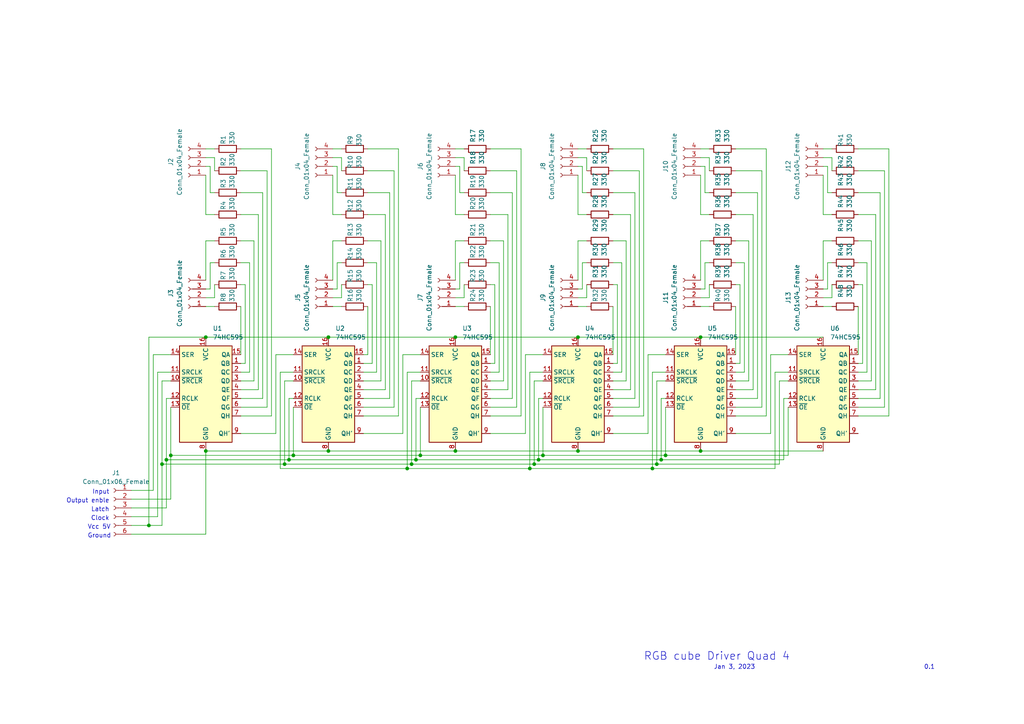
<source format=kicad_sch>
(kicad_sch (version 20211123) (generator eeschema)
  (paper "A4")
  (lib_symbols
    (symbol "74xx:74HC595"
      (property "Reference" "U" (at -7.62 13.97 0))
      (property "Value" "74HC595" (at -7.62 -16.51 0))
      (symbol "74HC595_1_0"
        (pin tri_state line (at 10.16 7.62 180) (length 2.54) (name "QB") (number "1"))
        (pin input line (at -10.16 2.54 0) (length 2.54) (name "~{SRCLR}") (number "10"))
        (pin input line (at -10.16 5.08 0) (length 2.54) (name "SRCLK") (number "11"))
        (pin input line (at -10.16 -2.54 0) (length 2.54) (name "RCLK") (number "12"))
        (pin input line (at -10.16 -5.08 0) (length 2.54) (name "~{OE}") (number "13"))
        (pin input line (at -10.16 10.16 0) (length 2.54) (name "SER") (number "14"))
        (pin tri_state line (at 10.16 10.16 180) (length 2.54) (name "QA") (number "15"))
        (pin power_in line (at 0 15.24 270) (length 2.54) (name "VCC") (number "16"))
        (pin tri_state line (at 10.16 5.08 180) (length 2.54) (name "QC") (number "2"))
        (pin tri_state line (at 10.16 2.54 180) (length 2.54) (name "QD") (number "3"))
        (pin tri_state line (at 10.16 0 180) (length 2.54) (name "QE") (number "4"))
        (pin tri_state line (at 10.16 -2.54 180) (length 2.54) (name "QF") (number "5"))
        (pin tri_state line (at 10.16 -5.08 180) (length 2.54) (name "QG") (number "6"))
        (pin tri_state line (at 10.16 -7.62 180) (length 2.54) (name "QH") (number "7"))
        (pin power_in line (at 0 -17.78 90) (length 2.54) (name "GND") (number "8"))
        (pin output line (at 10.16 -12.7 180) (length 2.54) (name "QH'") (number "9"))
      )
      (symbol "74HC595_1_1"
        (rectangle (start -7.62 12.7) (end 7.62 -15.24) (stroke (width 0.254)) (fill (type background)))
      )
    )
    (symbol "Connector:Conn_01x04_Female" (pin_names (offset 1.016) hide)
      (property "Reference" "J" (at 0 5.08 0))
      (property "Value" "Conn_01x04_Female" (at 0 -7.62 0))
      (symbol "Conn_01x04_Female_1_1"
        (arc (start 0 -4.572) (mid -0.508 -5.08) (end 0 -5.588) (stroke (width 0.1524)))
        (arc (start 0 -2.032) (mid -0.508 -2.54) (end 0 -3.048) (stroke (width 0.1524)))
        (polyline (pts (xy -1.27 -5.08) (xy -0.508 -5.08)) (stroke (width 0.1524)))
        (polyline (pts (xy -1.27 -2.54) (xy -0.508 -2.54)) (stroke (width 0.1524)))
        (polyline (pts (xy -1.27 0) (xy -0.508 0)) (stroke (width 0.1524)))
        (polyline (pts (xy -1.27 2.54) (xy -0.508 2.54)) (stroke (width 0.1524)))
        (arc (start 0 0.508) (mid -0.508 0) (end 0 -0.508) (stroke (width 0.1524)))
        (arc (start 0 3.048) (mid -0.508 2.54) (end 0 2.032) (stroke (width 0.1524)))
        (pin passive line (at -5.08 2.54 0) (length 3.81) (name "Pin_1") (number "1"))
        (pin passive line (at -5.08 0 0) (length 3.81) (name "Pin_2") (number "2"))
        (pin passive line (at -5.08 -2.54 0) (length 3.81) (name "Pin_3") (number "3"))
        (pin passive line (at -5.08 -5.08 0) (length 3.81) (name "Pin_4") (number "4"))
      )
    )
    (symbol "Connector:Conn_01x06_Female" (pin_names (offset 1.016) hide)
      (property "Reference" "J" (at 0 7.62 0))
      (property "Value" "Conn_01x06_Female" (at 0 -10.16 0))
      (symbol "Conn_01x06_Female_1_1"
        (arc (start 0 -7.112) (mid -0.508 -7.62) (end 0 -8.128) (stroke (width 0.1524)))
        (arc (start 0 -4.572) (mid -0.508 -5.08) (end 0 -5.588) (stroke (width 0.1524)))
        (arc (start 0 -2.032) (mid -0.508 -2.54) (end 0 -3.048) (stroke (width 0.1524)))
        (polyline (pts (xy -1.27 -7.62) (xy -0.508 -7.62)) (stroke (width 0.1524)))
        (polyline (pts (xy -1.27 -5.08) (xy -0.508 -5.08)) (stroke (width 0.1524)))
        (polyline (pts (xy -1.27 -2.54) (xy -0.508 -2.54)) (stroke (width 0.1524)))
        (polyline (pts (xy -1.27 0) (xy -0.508 0)) (stroke (width 0.1524)))
        (polyline (pts (xy -1.27 2.54) (xy -0.508 2.54)) (stroke (width 0.1524)))
        (polyline (pts (xy -1.27 5.08) (xy -0.508 5.08)) (stroke (width 0.1524)))
        (arc (start 0 0.508) (mid -0.508 0) (end 0 -0.508) (stroke (width 0.1524)))
        (arc (start 0 3.048) (mid -0.508 2.54) (end 0 2.032) (stroke (width 0.1524)))
        (arc (start 0 5.588) (mid -0.508 5.08) (end 0 4.572) (stroke (width 0.1524)))
        (pin passive line (at -5.08 5.08 0) (length 3.81) (name "Pin_1") (number "1"))
        (pin passive line (at -5.08 2.54 0) (length 3.81) (name "Pin_2") (number "2"))
        (pin passive line (at -5.08 0 0) (length 3.81) (name "Pin_3") (number "3"))
        (pin passive line (at -5.08 -2.54 0) (length 3.81) (name "Pin_4") (number "4"))
        (pin passive line (at -5.08 -5.08 0) (length 3.81) (name "Pin_5") (number "5"))
        (pin passive line (at -5.08 -7.62 0) (length 3.81) (name "Pin_6") (number "6"))
      )
    )
    (symbol "Device:R" (pin_numbers hide) (pin_names (offset 0))
      (property "Reference" "R" (at 2.032 0 90))
      (property "Value" "R" (at 0 0 90))
      (symbol "R_0_1"
        (rectangle (start -1.016 -2.54) (end 1.016 2.54) (stroke (width 0.254)))
      )
      (symbol "R_1_1"
        (pin passive line (at 0 3.81 270) (length 1.27) (name "~") (number "1"))
        (pin passive line (at 0 -3.81 90) (length 1.27) (name "~") (number "2"))
      )
    )
  )
  (junction (at 203.2 130.81))
  (junction (at 167.64 97.79))
  (junction (at 190.5 134.62))
  (junction (at 49.53 132.08))
  (junction (at 59.69 97.79))
  (junction (at 95.25 130.81))
  (junction (at 153.67 135.89))
  (junction (at 83.82 133.35))
  (junction (at 203.2 97.79))
  (junction (at 46.99 134.62))
  (junction (at 59.69 130.81))
  (junction (at 82.55 134.62))
  (junction (at 132.08 130.81))
  (junction (at 48.26 133.35))
  (junction (at 189.23 135.89))
  (junction (at 193.04 132.08))
  (junction (at 118.11 135.89))
  (junction (at 157.48 132.08))
  (junction (at 156.21 133.35))
  (junction (at 43.18 152.4))
  (junction (at 167.64 130.81))
  (junction (at 119.38 134.62))
  (junction (at 132.08 97.79))
  (junction (at 154.94 134.62))
  (junction (at 191.77 133.35))
  (junction (at 85.09 132.08))
  (junction (at 95.25 97.79))
  (junction (at 121.92 132.08))
  (junction (at 120.65 133.35))
  (wire (pts (xy 78.74 43.18) (xy 69.85 43.18)))
  (wire (pts (xy 38.1 152.4) (xy 43.18 152.4)))
  (wire (pts (xy 181.61 69.85) (xy 181.61 110.49)))
  (wire (pts (xy 186.69 43.18) (xy 186.69 120.65)))
  (wire (pts (xy 132.08 83.82) (xy 133.35 83.82)))
  (wire (pts (xy 214.63 82.55) (xy 214.63 105.41)))
  (wire (pts (xy 146.05 110.49) (xy 142.24 110.49)))
  (wire (pts (xy 182.88 113.03) (xy 177.8 113.03)))
  (wire (pts (xy 132.08 88.9) (xy 134.62 88.9)))
  (wire (pts (xy 184.15 115.57) (xy 177.8 115.57)))
  (wire (pts (xy 215.9 76.2) (xy 213.36 76.2)))
  (wire (pts (xy 134.62 45.72) (xy 134.62 49.53)))
  (wire (pts (xy 257.81 43.18) (xy 257.81 120.65)))
  (wire (pts (xy 60.96 55.88) (xy 62.23 55.88)))
  (wire (pts (xy 111.76 62.23) (xy 106.68 62.23)))
  (wire (pts (xy 78.74 120.65) (xy 69.85 120.65)))
  (wire (pts (xy 193.04 118.11) (xy 193.04 132.08)))
  (wire (pts (xy 157.48 132.08) (xy 193.04 132.08)))
  (wire (pts (xy 97.79 76.2) (xy 99.06 76.2)))
  (wire (pts (xy 156.21 115.57) (xy 156.21 133.35)))
  (wire (pts (xy 168.91 83.82) (xy 168.91 76.2)))
  (wire (pts (xy 250.19 82.55) (xy 248.92 82.55)))
  (wire (pts (xy 251.46 107.95) (xy 251.46 76.2)))
  (wire (pts (xy 96.52 62.23) (xy 99.06 62.23)))
  (wire (pts (xy 238.76 50.8) (xy 238.76 62.23)))
  (wire (pts (xy 248.92 118.11) (xy 256.54 118.11)))
  (wire (pts (xy 238.76 69.85) (xy 241.3 69.85)))
  (wire (pts (xy 38.1 142.24) (xy 44.45 142.24)))
  (wire (pts (xy 220.98 49.53) (xy 220.98 118.11)))
  (wire (pts (xy 132.08 81.28) (xy 132.08 69.85)))
  (wire (pts (xy 59.69 50.8) (xy 59.69 62.23)))
  (wire (pts (xy 248.92 105.41) (xy 250.19 105.41)))
  (wire (pts (xy 147.32 113.03) (xy 142.24 113.03)))
  (wire (pts (xy 248.92 113.03) (xy 254 113.03)))
  (wire (pts (xy 59.69 97.79) (xy 95.25 97.79)))
  (wire (pts (xy 59.69 83.82) (xy 60.96 83.82)))
  (wire (pts (xy 142.24 125.73) (xy 152.4 125.73)))
  (wire (pts (xy 46.99 134.62) (xy 82.55 134.62)))
  (wire (pts (xy 167.64 48.26) (xy 168.91 48.26)))
  (wire (pts (xy 120.65 133.35) (xy 156.21 133.35)))
  (wire (pts (xy 220.98 118.11) (xy 213.36 118.11)))
  (wire (pts (xy 238.76 45.72) (xy 241.3 45.72)))
  (wire (pts (xy 80.01 102.87) (xy 85.09 102.87)))
  (wire (pts (xy 153.67 135.89) (xy 189.23 135.89)))
  (wire (pts (xy 76.2 115.57) (xy 76.2 55.88)))
  (wire (pts (xy 49.53 132.08) (xy 85.09 132.08)))
  (wire (pts (xy 146.05 69.85) (xy 146.05 110.49)))
  (wire (pts (xy 97.79 55.88) (xy 99.06 55.88)))
  (wire (pts (xy 189.23 135.89) (xy 224.79 135.89)))
  (wire (pts (xy 170.18 45.72) (xy 170.18 49.53)))
  (wire (pts (xy 255.27 55.88) (xy 248.92 55.88)))
  (wire (pts (xy 218.44 62.23) (xy 218.44 113.03)))
  (wire (pts (xy 203.2 43.18) (xy 205.74 43.18)))
  (wire (pts (xy 170.18 86.36) (xy 167.64 86.36)))
  (wire (pts (xy 132.08 43.18) (xy 134.62 43.18)))
  (wire (pts (xy 214.63 82.55) (xy 213.36 82.55)))
  (wire (pts (xy 203.2 88.9) (xy 205.74 88.9)))
  (wire (pts (xy 228.6 118.11) (xy 228.6 132.08)))
  (wire (pts (xy 203.2 50.8) (xy 203.2 62.23)))
  (wire (pts (xy 214.63 105.41) (xy 213.36 105.41)))
  (wire (pts (xy 111.76 62.23) (xy 111.76 113.03)))
  (wire (pts (xy 118.11 135.89) (xy 153.67 135.89)))
  (wire (pts (xy 156.21 115.57) (xy 157.48 115.57)))
  (wire (pts (xy 217.17 69.85) (xy 217.17 110.49)))
  (wire (pts (xy 69.85 88.9) (xy 69.85 102.87)))
  (wire (pts (xy 168.91 76.2) (xy 170.18 76.2)))
  (wire (pts (xy 132.08 97.79) (xy 167.64 97.79)))
  (wire (pts (xy 181.61 69.85) (xy 177.8 69.85)))
  (wire (pts (xy 180.34 107.95) (xy 177.8 107.95)))
  (wire (pts (xy 82.55 134.62) (xy 82.55 110.49)))
  (wire (pts (xy 114.3 49.53) (xy 114.3 118.11)))
  (wire (pts (xy 152.4 102.87) (xy 157.48 102.87)))
  (wire (pts (xy 77.47 118.11) (xy 69.85 118.11)))
  (wire (pts (xy 144.78 107.95) (xy 142.24 107.95)))
  (wire (pts (xy 62.23 45.72) (xy 62.23 49.53)))
  (wire (pts (xy 215.9 107.95) (xy 213.36 107.95)))
  (wire (pts (xy 191.77 115.57) (xy 191.77 133.35)))
  (wire (pts (xy 149.86 118.11) (xy 142.24 118.11)))
  (wire (pts (xy 241.3 86.36) (xy 238.76 86.36)))
  (wire (pts (xy 248.92 120.65) (xy 257.81 120.65)))
  (wire (pts (xy 59.69 130.81) (xy 95.25 130.81)))
  (wire (pts (xy 250.19 105.41) (xy 250.19 82.55)))
  (wire (pts (xy 149.86 49.53) (xy 142.24 49.53)))
  (wire (pts (xy 38.1 144.78) (xy 49.53 144.78)))
  (wire (pts (xy 69.85 125.73) (xy 80.01 125.73)))
  (wire (pts (xy 217.17 110.49) (xy 213.36 110.49)))
  (wire (pts (xy 167.64 45.72) (xy 170.18 45.72)))
  (wire (pts (xy 80.01 125.73) (xy 80.01 102.87)))
  (wire (pts (xy 49.53 144.78) (xy 49.53 132.08)))
  (wire (pts (xy 74.93 62.23) (xy 69.85 62.23)))
  (wire (pts (xy 180.34 76.2) (xy 177.8 76.2)))
  (wire (pts (xy 48.26 133.35) (xy 83.82 133.35)))
  (wire (pts (xy 48.26 115.57) (xy 49.53 115.57)))
  (wire (pts (xy 218.44 113.03) (xy 213.36 113.03)))
  (wire (pts (xy 152.4 125.73) (xy 152.4 102.87)))
  (wire (pts (xy 226.06 110.49) (xy 228.6 110.49)))
  (wire (pts (xy 99.06 86.36) (xy 96.52 86.36)))
  (wire (pts (xy 219.71 55.88) (xy 219.71 115.57)))
  (wire (pts (xy 118.11 107.95) (xy 121.92 107.95)))
  (wire (pts (xy 167.64 62.23) (xy 170.18 62.23)))
  (wire (pts (xy 177.8 88.9) (xy 177.8 102.87)))
  (wire (pts (xy 38.1 154.94) (xy 59.69 154.94)))
  (wire (pts (xy 85.09 118.11) (xy 85.09 132.08)))
  (wire (pts (xy 222.25 43.18) (xy 213.36 43.18)))
  (wire (pts (xy 241.3 45.72) (xy 241.3 49.53)))
  (wire (pts (xy 151.13 120.65) (xy 142.24 120.65)))
  (wire (pts (xy 203.2 69.85) (xy 205.74 69.85)))
  (wire (pts (xy 38.1 147.32) (xy 48.26 147.32)))
  (wire (pts (xy 96.52 48.26) (xy 97.79 48.26)))
  (wire (pts (xy 167.64 50.8) (xy 167.64 62.23)))
  (wire (pts (xy 147.32 62.23) (xy 147.32 113.03)))
  (wire (pts (xy 48.26 147.32) (xy 48.26 133.35)))
  (wire (pts (xy 154.94 134.62) (xy 190.5 134.62)))
  (wire (pts (xy 240.03 83.82) (xy 240.03 76.2)))
  (wire (pts (xy 144.78 76.2) (xy 142.24 76.2)))
  (wire (pts (xy 204.47 76.2) (xy 205.74 76.2)))
  (wire (pts (xy 105.41 110.49) (xy 110.49 110.49)))
  (wire (pts (xy 147.32 62.23) (xy 142.24 62.23)))
  (wire (pts (xy 38.1 149.86) (xy 45.72 149.86)))
  (wire (pts (xy 177.8 125.73) (xy 187.96 125.73)))
  (wire (pts (xy 74.93 113.03) (xy 69.85 113.03)))
  (wire (pts (xy 82.55 110.49) (xy 85.09 110.49)))
  (wire (pts (xy 184.15 55.88) (xy 184.15 115.57)))
  (wire (pts (xy 59.69 43.18) (xy 62.23 43.18)))
  (wire (pts (xy 238.76 83.82) (xy 240.03 83.82)))
  (wire (pts (xy 153.67 135.89) (xy 153.67 107.95)))
  (wire (pts (xy 151.13 43.18) (xy 142.24 43.18)))
  (wire (pts (xy 74.93 113.03) (xy 74.93 62.23)))
  (wire (pts (xy 105.41 120.65) (xy 115.57 120.65)))
  (wire (pts (xy 238.76 88.9) (xy 241.3 88.9)))
  (wire (pts (xy 187.96 102.87) (xy 193.04 102.87)))
  (wire (pts (xy 186.69 43.18) (xy 177.8 43.18)))
  (wire (pts (xy 213.36 88.9) (xy 213.36 102.87)))
  (wire (pts (xy 167.64 83.82) (xy 168.91 83.82)))
  (wire (pts (xy 119.38 110.49) (xy 121.92 110.49)))
  (wire (pts (xy 43.18 97.79) (xy 43.18 152.4)))
  (wire (pts (xy 143.51 105.41) (xy 142.24 105.41)))
  (wire (pts (xy 71.12 82.55) (xy 69.85 82.55)))
  (wire (pts (xy 105.41 113.03) (xy 111.76 113.03)))
  (wire (pts (xy 257.81 43.18) (xy 248.92 43.18)))
  (wire (pts (xy 115.57 43.18) (xy 115.57 120.65)))
  (wire (pts (xy 48.26 133.35) (xy 48.26 115.57)))
  (wire (pts (xy 205.74 82.55) (xy 205.74 86.36)))
  (wire (pts (xy 168.91 48.26) (xy 168.91 55.88)))
  (wire (pts (xy 204.47 55.88) (xy 205.74 55.88)))
  (wire (pts (xy 185.42 49.53) (xy 177.8 49.53)))
  (wire (pts (xy 96.52 45.72) (xy 99.06 45.72)))
  (wire (pts (xy 49.53 102.87) (xy 44.45 102.87)))
  (wire (pts (xy 238.76 62.23) (xy 241.3 62.23)))
  (wire (pts (xy 248.92 115.57) (xy 255.27 115.57)))
  (wire (pts (xy 76.2 115.57) (xy 69.85 115.57)))
  (wire (pts (xy 49.53 118.11) (xy 49.53 132.08)))
  (wire (pts (xy 203.2 48.26) (xy 204.47 48.26)))
  (wire (pts (xy 76.2 55.88) (xy 69.85 55.88)))
  (wire (pts (xy 190.5 110.49) (xy 193.04 110.49)))
  (wire (pts (xy 132.08 62.23) (xy 134.62 62.23)))
  (wire (pts (xy 151.13 43.18) (xy 151.13 120.65)))
  (wire (pts (xy 241.3 82.55) (xy 241.3 86.36)))
  (wire (pts (xy 132.08 130.81) (xy 167.64 130.81)))
  (wire (pts (xy 72.39 107.95) (xy 72.39 76.2)))
  (wire (pts (xy 224.79 135.89) (xy 224.79 107.95)))
  (wire (pts (xy 73.66 110.49) (xy 69.85 110.49)))
  (wire (pts (xy 167.64 88.9) (xy 170.18 88.9)))
  (wire (pts (xy 96.52 69.85) (xy 99.06 69.85)))
  (wire (pts (xy 191.77 115.57) (xy 193.04 115.57)))
  (wire (pts (xy 205.74 86.36) (xy 203.2 86.36)))
  (wire (pts (xy 132.08 50.8) (xy 132.08 62.23)))
  (wire (pts (xy 154.94 134.62) (xy 154.94 110.49)))
  (wire (pts (xy 110.49 69.85) (xy 106.68 69.85)))
  (wire (pts (xy 182.88 62.23) (xy 177.8 62.23)))
  (wire (pts (xy 203.2 45.72) (xy 205.74 45.72)))
  (wire (pts (xy 133.35 83.82) (xy 133.35 76.2)))
  (wire (pts (xy 83.82 115.57) (xy 83.82 133.35)))
  (wire (pts (xy 167.64 43.18) (xy 170.18 43.18)))
  (wire (pts (xy 203.2 81.28) (xy 203.2 69.85)))
  (wire (pts (xy 191.77 133.35) (xy 227.33 133.35)))
  (wire (pts (xy 218.44 62.23) (xy 213.36 62.23)))
  (wire (pts (xy 96.52 83.82) (xy 97.79 83.82)))
  (wire (pts (xy 59.69 88.9) (xy 62.23 88.9)))
  (wire (pts (xy 185.42 49.53) (xy 185.42 118.11)))
  (wire (pts (xy 115.57 43.18) (xy 106.68 43.18)))
  (wire (pts (xy 120.65 115.57) (xy 121.92 115.57)))
  (wire (pts (xy 95.25 97.79) (xy 132.08 97.79)))
  (wire (pts (xy 157.48 118.11) (xy 157.48 132.08)))
  (wire (pts (xy 96.52 81.28) (xy 96.52 69.85)))
  (wire (pts (xy 78.74 120.65) (xy 78.74 43.18)))
  (wire (pts (xy 143.51 82.55) (xy 143.51 105.41)))
  (wire (pts (xy 256.54 49.53) (xy 248.92 49.53)))
  (wire (pts (xy 62.23 86.36) (xy 59.69 86.36)))
  (wire (pts (xy 222.25 43.18) (xy 222.25 120.65)))
  (wire (pts (xy 203.2 83.82) (xy 204.47 83.82)))
  (wire (pts (xy 213.36 125.73) (xy 223.52 125.73)))
  (wire (pts (xy 180.34 76.2) (xy 180.34 107.95)))
  (wire (pts (xy 248.92 110.49) (xy 252.73 110.49)))
  (wire (pts (xy 168.91 55.88) (xy 170.18 55.88)))
  (wire (pts (xy 204.47 83.82) (xy 204.47 76.2)))
  (wire (pts (xy 182.88 62.23) (xy 182.88 113.03)))
  (wire (pts (xy 44.45 142.24) (xy 44.45 102.87)))
  (wire (pts (xy 146.05 69.85) (xy 142.24 69.85)))
  (wire (pts (xy 97.79 48.26) (xy 97.79 55.88)))
  (wire (pts (xy 77.47 49.53) (xy 69.85 49.53)))
  (wire (pts (xy 43.18 152.4) (xy 46.99 152.4)))
  (wire (pts (xy 134.62 82.55) (xy 134.62 86.36)))
  (wire (pts (xy 73.66 110.49) (xy 73.66 69.85)))
  (wire (pts (xy 217.17 69.85) (xy 213.36 69.85)))
  (wire (pts (xy 59.69 81.28) (xy 59.69 69.85)))
  (wire (pts (xy 96.52 50.8) (xy 96.52 62.23)))
  (wire (pts (xy 252.73 69.85) (xy 248.92 69.85)))
  (wire (pts (xy 121.92 118.11) (xy 121.92 132.08)))
  (wire (pts (xy 184.15 55.88) (xy 177.8 55.88)))
  (wire (pts (xy 238.76 81.28) (xy 238.76 69.85)))
  (wire (pts (xy 153.67 107.95) (xy 157.48 107.95)))
  (wire (pts (xy 220.98 49.53) (xy 213.36 49.53)))
  (wire (pts (xy 85.09 132.08) (xy 121.92 132.08)))
  (wire (pts (xy 224.79 107.95) (xy 228.6 107.95)))
  (wire (pts (xy 189.23 107.95) (xy 193.04 107.95)))
  (wire (pts (xy 59.69 97.79) (xy 43.18 97.79)))
  (wire (pts (xy 193.04 132.08) (xy 228.6 132.08)))
  (wire (pts (xy 81.28 135.89) (xy 81.28 107.95)))
  (wire (pts (xy 60.96 83.82) (xy 60.96 76.2)))
  (wire (pts (xy 59.69 48.26) (xy 60.96 48.26)))
  (wire (pts (xy 148.59 55.88) (xy 148.59 115.57)))
  (wire (pts (xy 96.52 43.18) (xy 99.06 43.18)))
  (wire (pts (xy 73.66 69.85) (xy 69.85 69.85)))
  (wire (pts (xy 156.21 133.35) (xy 191.77 133.35)))
  (wire (pts (xy 254 62.23) (xy 248.92 62.23)))
  (wire (pts (xy 83.82 133.35) (xy 120.65 133.35)))
  (wire (pts (xy 154.94 110.49) (xy 157.48 110.49)))
  (wire (pts (xy 109.22 76.2) (xy 106.68 76.2)))
  (wire (pts (xy 82.55 134.62) (xy 119.38 134.62)))
  (wire (pts (xy 62.23 82.55) (xy 62.23 86.36)))
  (wire (pts (xy 226.06 134.62) (xy 226.06 110.49)))
  (wire (pts (xy 219.71 115.57) (xy 213.36 115.57)))
  (wire (pts (xy 59.69 154.94) (xy 59.69 130.81)))
  (wire (pts (xy 142.24 88.9) (xy 142.24 102.87)))
  (wire (pts (xy 223.52 125.73) (xy 223.52 102.87)))
  (wire (pts (xy 110.49 69.85) (xy 110.49 110.49)))
  (wire (pts (xy 148.59 55.88) (xy 142.24 55.88)))
  (wire (pts (xy 167.64 97.79) (xy 203.2 97.79)))
  (wire (pts (xy 203.2 62.23) (xy 205.74 62.23)))
  (wire (pts (xy 83.82 115.57) (xy 85.09 115.57)))
  (wire (pts (xy 95.25 130.81) (xy 132.08 130.81)))
  (wire (pts (xy 119.38 134.62) (xy 119.38 110.49)))
  (wire (pts (xy 240.03 76.2) (xy 241.3 76.2)))
  (wire (pts (xy 251.46 76.2) (xy 248.92 76.2)))
  (wire (pts (xy 132.08 69.85) (xy 134.62 69.85)))
  (wire (pts (xy 49.53 107.95) (xy 45.72 107.95)))
  (wire (pts (xy 105.41 115.57) (xy 113.03 115.57)))
  (wire (pts (xy 105.41 118.11) (xy 114.3 118.11)))
  (wire (pts (xy 59.69 69.85) (xy 62.23 69.85)))
  (wire (pts (xy 133.35 76.2) (xy 134.62 76.2)))
  (wire (pts (xy 105.41 105.41) (xy 107.95 105.41)))
  (wire (pts (xy 72.39 76.2) (xy 69.85 76.2)))
  (wire (pts (xy 133.35 55.88) (xy 134.62 55.88)))
  (wire (pts (xy 219.71 55.88) (xy 213.36 55.88)))
  (wire (pts (xy 186.69 120.65) (xy 177.8 120.65)))
  (wire (pts (xy 248.92 88.9) (xy 248.92 102.87)))
  (wire (pts (xy 106.68 88.9) (xy 106.68 102.87)))
  (wire (pts (xy 167.64 69.85) (xy 170.18 69.85)))
  (wire (pts (xy 107.95 82.55) (xy 106.68 82.55)))
  (wire (pts (xy 179.07 105.41) (xy 177.8 105.41)))
  (wire (pts (xy 143.51 82.55) (xy 142.24 82.55)))
  (wire (pts (xy 248.92 107.95) (xy 251.46 107.95)))
  (wire (pts (xy 256.54 118.11) (xy 256.54 49.53)))
  (wire (pts (xy 133.35 48.26) (xy 133.35 55.88)))
  (wire (pts (xy 99.06 82.55) (xy 99.06 86.36)))
  (wire (pts (xy 105.41 125.73) (xy 116.84 125.73)))
  (wire (pts (xy 134.62 86.36) (xy 132.08 86.36)))
  (wire (pts (xy 60.96 76.2) (xy 62.23 76.2)))
  (wire (pts (xy 148.59 115.57) (xy 142.24 115.57)))
  (wire (pts (xy 71.12 105.41) (xy 71.12 82.55)))
  (wire (pts (xy 45.72 107.95) (xy 45.72 149.86)))
  (wire (pts (xy 149.86 49.53) (xy 149.86 118.11)))
  (wire (pts (xy 132.08 48.26) (xy 133.35 48.26)))
  (wire (pts (xy 96.52 88.9) (xy 99.06 88.9)))
  (wire (pts (xy 205.74 45.72) (xy 205.74 49.53)))
  (wire (pts (xy 59.69 45.72) (xy 62.23 45.72)))
  (wire (pts (xy 119.38 134.62) (xy 154.94 134.62)))
  (wire (pts (xy 97.79 83.82) (xy 97.79 76.2)))
  (wire (pts (xy 215.9 76.2) (xy 215.9 107.95)))
  (wire (pts (xy 203.2 97.79) (xy 238.76 97.79)))
  (wire (pts (xy 71.12 105.41) (xy 69.85 105.41)))
  (wire (pts (xy 77.47 118.11) (xy 77.47 49.53)))
  (wire (pts (xy 144.78 76.2) (xy 144.78 107.95)))
  (wire (pts (xy 72.39 107.95) (xy 69.85 107.95)))
  (wire (pts (xy 222.25 120.65) (xy 213.36 120.65)))
  (wire (pts (xy 120.65 115.57) (xy 120.65 133.35)))
  (wire (pts (xy 107.95 105.41) (xy 107.95 82.55)))
  (wire (pts (xy 46.99 110.49) (xy 46.99 134.62)))
  (wire (pts (xy 252.73 110.49) (xy 252.73 69.85)))
  (wire (pts (xy 189.23 135.89) (xy 189.23 107.95)))
  (wire (pts (xy 113.03 55.88) (xy 106.68 55.88)))
  (wire (pts (xy 181.61 110.49) (xy 177.8 110.49)))
  (wire (pts (xy 132.08 45.72) (xy 134.62 45.72)))
  (wire (pts (xy 190.5 134.62) (xy 190.5 110.49)))
  (wire (pts (xy 179.07 82.55) (xy 177.8 82.55)))
  (wire (pts (xy 105.41 107.95) (xy 109.22 107.95)))
  (wire (pts (xy 59.69 62.23) (xy 62.23 62.23)))
  (wire (pts (xy 190.5 134.62) (xy 226.06 134.62)))
  (wire (pts (xy 203.2 130.81) (xy 238.76 130.81)))
  (wire (pts (xy 49.53 110.49) (xy 46.99 110.49)))
  (wire (pts (xy 167.64 130.81) (xy 203.2 130.81)))
  (wire (pts (xy 238.76 48.26) (xy 240.03 48.26)))
  (wire (pts (xy 227.33 115.57) (xy 227.33 133.35)))
  (wire (pts (xy 238.76 43.18) (xy 241.3 43.18)))
  (wire (pts (xy 204.47 48.26) (xy 204.47 55.88)))
  (wire (pts (xy 223.52 102.87) (xy 228.6 102.87)))
  (wire (pts (xy 46.99 134.62) (xy 46.99 152.4)))
  (wire (pts (xy 121.92 132.08) (xy 157.48 132.08)))
  (wire (pts (xy 179.07 82.55) (xy 179.07 105.41)))
  (wire (pts (xy 227.33 115.57) (xy 228.6 115.57)))
  (wire (pts (xy 187.96 125.73) (xy 187.96 102.87)))
  (wire (pts (xy 109.22 76.2) (xy 109.22 107.95)))
  (wire (pts (xy 116.84 125.73) (xy 116.84 102.87)))
  (wire (pts (xy 105.41 102.87) (xy 106.68 102.87)))
  (wire (pts (xy 254 113.03) (xy 254 62.23)))
  (wire (pts (xy 114.3 49.53) (xy 106.68 49.53)))
  (wire (pts (xy 118.11 135.89) (xy 118.11 107.95)))
  (wire (pts (xy 99.06 45.72) (xy 99.06 49.53)))
  (wire (pts (xy 113.03 55.88) (xy 113.03 115.57)))
  (wire (pts (xy 185.42 118.11) (xy 177.8 118.11)))
  (wire (pts (xy 255.27 55.88) (xy 255.27 115.57)))
  (wire (pts (xy 81.28 107.95) (xy 85.09 107.95)))
  (wire (pts (xy 167.64 81.28) (xy 167.64 69.85)))
  (wire (pts (xy 240.03 48.26) (xy 240.03 55.88)))
  (wire (pts (xy 240.03 55.88) (xy 241.3 55.88)))
  (wire (pts (xy 60.96 48.26) (xy 60.96 55.88)))
  (wire (pts (xy 81.28 135.89) (xy 118.11 135.89)))
  (wire (pts (xy 116.84 102.87) (xy 121.92 102.87)))
  (wire (pts (xy 170.18 82.55) (xy 170.18 86.36)))
  (text "RGB cube Driver Quad 4" (at 186.69 191.77 0) (effects (font (size 2.27 2.27)) (justify left bottom)))
  (text "0.1" (at 267.97 194.31 0) (effects (font (size 1.27 1.27)) (justify left bottom)))
  (text "Ground" (at 25.4 156.21 0) (effects (font (size 1.27 1.27)) (justify left bottom)))
  (text "Output enble" (at 31.75 146.05 180) (effects (font (size 1.27 1.27)) (justify right bottom)))
  (text "Input" (at 31.75 143.51 180) (effects (font (size 1.27 1.27)) (justify right bottom)))
  (text "Vcc 5V" (at 25.4 153.67 0) (effects (font (size 1.27 1.27)) (justify left bottom)))
  (text "Jan 3, 2023" (at 207.01 194.31 0) (effects (font (size 1.27 1.27)) (justify left bottom)))
  (text "Clock" (at 31.75 151.13 180) (effects (font (size 1.27 1.27)) (justify right bottom)))
  (text "Latch" (at 31.75 148.59 180) (effects (font (size 1.27 1.27)) (justify right bottom)))
  (symbol (lib_id "Device:R") (at 102.87 43.18 90) (unit 1)
    (property "Reference" "R9" (at 101.6 40.64 0))
    (property "Value" "330" (at 104.14 40.64 0))
  )
  (symbol (lib_id "Connector:Conn_01x04_Female") (at 91.44 48.26 180) (unit 1)
    (property "Reference" "J4" (at 86.36 48.26 90))
    (property "Value" "Conn_01x04_Female" (at 88.9 48.26 90))
  )
  (symbol (lib_id "Device:R") (at 66.04 76.2 90) (unit 1)
    (property "Reference" "R6" (at 64.77 74.93 0) (effects (justify left)))
    (property "Value" "330" (at 67.31 74.93 0) (effects (justify left)))
  )
  (symbol (lib_id "Device:R") (at 138.43 82.55 90) (unit 1)
    (property "Reference" "R23" (at 137.16 80.01 0))
    (property "Value" "330" (at 139.7 80.01 0))
  )
  (symbol (lib_id "Device:R") (at 245.11 49.53 90) (unit 1)
    (property "Reference" "R42" (at 243.84 46.99 0))
    (property "Value" "330" (at 246.38 46.99 0))
  )
  (symbol (lib_id "Device:R") (at 138.43 43.18 90) (unit 1)
    (property "Reference" "R17" (at 137.16 39.37 0))
    (property "Value" "330" (at 139.7 39.37 0))
  )
  (symbol (lib_id "Device:R") (at 66.04 82.55 90) (unit 1)
    (property "Reference" "R7" (at 64.77 81.28 0) (effects (justify left)))
    (property "Value" "330" (at 67.31 81.28 0) (effects (justify left)))
  )
  (symbol (lib_id "Device:R") (at 102.87 76.2 90) (unit 1)
    (property "Reference" "R14" (at 101.6 73.66 0))
    (property "Value" "330" (at 104.14 73.66 0))
  )
  (symbol (lib_id "74xx:74HC595") (at 167.64 113.03 0) (unit 1)
    (property "Reference" "U4" (at 169.6594 95.25 0) (effects (justify left)))
    (property "Value" "74HC595" (at 169.6594 97.79 0) (effects (justify left)))
    (property "Datasheet" "http://www.ti.com/lit/ds/symlink/sn74hc595.pdf" (effects hide))
  )
  (symbol (lib_id "Connector:Conn_01x04_Female") (at 162.56 48.26 180) (unit 1)
    (property "Reference" "J8" (at 157.48 48.26 90))
    (property "Value" "Conn_01x04_Female" (at 160.02 48.26 90))
  )
  (symbol (lib_id "Device:R") (at 173.99 69.85 90) (unit 1)
    (property "Reference" "R29" (at 172.7199 67.31 0) (effects (justify left)))
    (property "Value" "330" (at 175.26 67.31 0) (effects (justify left)))
  )
  (symbol (lib_id "Connector:Conn_01x04_Female") (at 233.68 48.26 180) (unit 1)
    (property "Reference" "J12" (at 228.6 48.26 90))
    (property "Value" "Conn_01x04_Female" (at 231.14 48.26 90))
  )
  (symbol (lib_id "Device:R") (at 173.99 55.88 90) (unit 1)
    (property "Reference" "R27" (at 172.72 52.07 0))
    (property "Value" "330" (at 175.26 52.07 0))
  )
  (symbol (lib_id "Device:R") (at 66.04 43.18 90) (unit 1)
    (property "Reference" "R1" (at 64.77 41.91 0) (effects (justify left)))
    (property "Value" "330" (at 67.31 41.91 0) (effects (justify left)))
  )
  (symbol (lib_id "Device:R") (at 102.87 88.9 90) (unit 1)
    (property "Reference" "R16" (at 101.6 87.63 0) (effects (justify left)))
    (property "Value" "330" (at 104.14 87.63 0) (effects (justify left)))
  )
  (symbol (lib_id "Device:R") (at 209.55 49.53 90) (unit 1)
    (property "Reference" "R34" (at 208.28 45.72 0))
    (property "Value" "330" (at 210.82 45.72 0))
  )
  (symbol (lib_id "Device:R") (at 138.43 88.9 90) (unit 1)
    (property "Reference" "R24" (at 137.16 87.63 0) (effects (justify left)))
    (property "Value" "330" (at 139.7 87.63 0) (effects (justify left)))
  )
  (symbol (lib_id "Connector:Conn_01x04_Female") (at 233.68 86.36 180) (unit 1)
    (property "Reference" "J13" (at 228.6 86.36 90))
    (property "Value" "Conn_01x04_Female" (at 231.14 86.36 90))
  )
  (symbol (lib_id "Device:R") (at 138.43 55.88 90) (unit 1)
    (property "Reference" "R19" (at 137.16 54.61 0) (effects (justify left)))
    (property "Value" "330" (at 139.7 54.61 0) (effects (justify left)))
  )
  (symbol (lib_id "Device:R") (at 66.04 62.23 90) (unit 1)
    (property "Reference" "R4" (at 64.77 60.96 0) (effects (justify left)))
    (property "Value" "330" (at 67.31 60.96 0) (effects (justify left)))
  )
  (symbol (lib_id "Device:R") (at 102.87 55.88 90) (unit 1)
    (property "Reference" "R11" (at 101.6 53.34 0))
    (property "Value" "330" (at 104.14 53.34 0))
  )
  (symbol (lib_id "Device:R") (at 138.43 49.53 90) (unit 1)
    (property "Reference" "R18" (at 137.16 45.72 0))
    (property "Value" "330" (at 139.7 45.72 0))
  )
  (symbol (lib_id "Device:R") (at 102.87 49.53 90) (unit 1)
    (property "Reference" "R10" (at 101.6 46.99 0))
    (property "Value" "330" (at 104.14 46.99 0))
  )
  (symbol (lib_id "Connector:Conn_01x04_Female") (at 54.61 86.36 180) (unit 1)
    (property "Reference" "J3" (at 49.53 85.09 90))
    (property "Value" "Conn_01x04_Female" (at 52.07 85.09 90))
  )
  (symbol (lib_id "Device:R") (at 173.99 62.23 90) (unit 1)
    (property "Reference" "R28" (at 172.72 58.42 0))
    (property "Value" "330" (at 175.26 58.42 0))
  )
  (symbol (lib_id "Device:R") (at 209.55 55.88 90) (unit 1)
    (property "Reference" "R35" (at 208.28 52.07 0))
    (property "Value" "330" (at 210.82 52.07 0))
  )
  (symbol (lib_id "Device:R") (at 102.87 69.85 90) (unit 1)
    (property "Reference" "R13" (at 101.5999 68.58 0) (effects (justify left)))
    (property "Value" "330" (at 104.14 68.58 0) (effects (justify left)))
  )
  (symbol (lib_id "Connector:Conn_01x04_Female") (at 54.61 48.26 180) (unit 1)
    (property "Reference" "J2" (at 49.53 46.99 90))
    (property "Value" "Conn_01x04_Female" (at 52.07 46.99 90))
  )
  (symbol (lib_id "Connector:Conn_01x04_Female") (at 162.56 86.36 180) (unit 1)
    (property "Reference" "J9" (at 157.48 86.36 90))
    (property "Value" "Conn_01x04_Female" (at 160.02 86.36 90))
  )
  (symbol (lib_id "Device:R") (at 66.04 69.85 90) (unit 1)
    (property "Reference" "R5" (at 64.7699 68.58 0) (effects (justify left)))
    (property "Value" "330" (at 67.31 68.58 0) (effects (justify left)))
  )
  (symbol (lib_id "Device:R") (at 209.55 82.55 90) (unit 1)
    (property "Reference" "R39" (at 208.28 78.74 0))
    (property "Value" "330" (at 210.82 78.74 0))
  )
  (symbol (lib_id "Connector:Conn_01x04_Female") (at 198.12 86.36 180) (unit 1)
    (property "Reference" "J11" (at 193.04 86.36 90))
    (property "Value" "Conn_01x04_Female" (at 195.58 86.36 90))
  )
  (symbol (lib_id "Device:R") (at 209.55 88.9 90) (unit 1)
    (property "Reference" "R40" (at 208.28 87.63 0) (effects (justify left)))
    (property "Value" "330" (at 210.82 87.63 0) (effects (justify left)))
  )
  (symbol (lib_id "Device:R") (at 102.87 82.55 90) (unit 1)
    (property "Reference" "R15" (at 101.6 80.01 0))
    (property "Value" "330" (at 104.14 80.01 0))
  )
  (symbol (lib_id "Connector:Conn_01x06_Female") (at 33.02 147.32 0) (mirror y) (unit 1)
    (property "Reference" "J1" (at 33.655 137.16 0))
    (property "Value" "Conn_01x06_Female" (at 33.655 139.7 0))
  )
  (symbol (lib_id "Device:R") (at 138.43 62.23 90) (unit 1)
    (property "Reference" "R20" (at 137.16 60.96 0) (effects (justify left)))
    (property "Value" "330" (at 139.7 60.96 0) (effects (justify left)))
  )
  (symbol (lib_id "Device:R") (at 245.11 55.88 90) (unit 1)
    (property "Reference" "R43" (at 243.84 52.07 0))
    (property "Value" "330" (at 246.38 52.07 0))
  )
  (symbol (lib_id "Device:R") (at 209.55 62.23 90) (unit 1)
    (property "Reference" "R36" (at 208.28 58.42 0))
    (property "Value" "330" (at 210.82 58.42 0))
  )
  (symbol (lib_id "Device:R") (at 209.55 76.2 90) (unit 1)
    (property "Reference" "R38" (at 208.28 72.39 0))
    (property "Value" "330" (at 210.82 72.39 0))
  )
  (symbol (lib_id "Connector:Conn_01x04_Female") (at 127 86.36 180) (unit 1)
    (property "Reference" "J7" (at 121.92 86.36 90))
    (property "Value" "Conn_01x04_Female" (at 124.46 86.36 90))
  )
  (symbol (lib_id "Device:R") (at 102.87 62.23 90) (unit 1)
    (property "Reference" "R12" (at 101.6 59.69 0))
    (property "Value" "330" (at 104.14 59.69 0))
  )
  (symbol (lib_id "Connector:Conn_01x04_Female") (at 91.44 86.36 180) (unit 1)
    (property "Reference" "J5" (at 86.36 86.36 90))
    (property "Value" "Conn_01x04_Female" (at 88.9 86.36 90))
  )
  (symbol (lib_id "Device:R") (at 245.11 82.55 90) (unit 1)
    (property "Reference" "R47" (at 243.84 78.74 0))
    (property "Value" "330" (at 246.38 78.74 0))
  )
  (symbol (lib_id "74xx:74HC595") (at 203.2 113.03 0) (unit 1)
    (property "Reference" "U5" (at 205.2194 95.25 0) (effects (justify left)))
    (property "Value" "74HC595" (at 205.2194 97.79 0) (effects (justify left)))
    (property "Datasheet" "http://www.ti.com/lit/ds/symlink/sn74hc595.pdf" (effects hide))
  )
  (symbol (lib_id "Device:R") (at 138.43 76.2 90) (unit 1)
    (property "Reference" "R22" (at 137.1599 74.93 0) (effects (justify left)))
    (property "Value" "330" (at 139.6999 74.93 0) (effects (justify left)))
  )
  (symbol (lib_id "Connector:Conn_01x04_Female") (at 127 48.26 180) (unit 1)
    (property "Reference" "J6" (at 121.92 48.26 90))
    (property "Value" "Conn_01x04_Female" (at 124.46 48.26 90))
  )
  (symbol (lib_id "74xx:74HC595") (at 238.76 113.03 0) (unit 1)
    (property "Reference" "U6" (at 240.7794 95.25 0) (effects (justify left)))
    (property "Value" "74HC595" (at 240.7794 97.79 0) (effects (justify left)))
    (property "Datasheet" "http://www.ti.com/lit/ds/symlink/sn74hc595.pdf" (effects hide))
  )
  (symbol (lib_id "74xx:74HC595") (at 132.08 113.03 0) (unit 1)
    (property "Reference" "U3" (at 134.0994 95.25 0) (effects (justify left)))
    (property "Value" "74HC595" (at 134.0994 97.79 0) (effects (justify left)))
    (property "Datasheet" "http://www.ti.com/lit/ds/symlink/sn74hc595.pdf" (effects hide))
  )
  (symbol (lib_id "74xx:74HC595") (at 95.25 113.03 0) (unit 1)
    (property "Reference" "U2" (at 97.2694 95.25 0) (effects (justify left)))
    (property "Value" "74HC595" (at 97.2694 97.79 0) (effects (justify left)))
    (property "Datasheet" "http://www.ti.com/lit/ds/symlink/sn74hc595.pdf" (effects hide))
  )
  (symbol (lib_id "74xx:74HC595") (at 59.69 113.03 0) (unit 1)
    (property "Reference" "U1" (at 61.7094 95.25 0) (effects (justify left)))
    (property "Value" "74HC595" (at 61.7094 97.79 0) (effects (justify left)))
    (property "Datasheet" "http://www.ti.com/lit/ds/symlink/sn74hc595.pdf" (effects hide))
  )
  (symbol (lib_id "Device:R") (at 245.11 88.9 90) (unit 1)
    (property "Reference" "R48" (at 243.8399 86.36 0) (effects (justify left)))
    (property "Value" "330" (at 246.3799 86.36 0) (effects (justify left)))
  )
  (symbol (lib_id "Device:R") (at 173.99 43.18 90) (unit 1)
    (property "Reference" "R25" (at 172.72 39.37 0))
    (property "Value" "330" (at 175.26 39.37 0))
  )
  (symbol (lib_id "Device:R") (at 66.04 55.88 90) (unit 1)
    (property "Reference" "R3" (at 64.77 54.61 0) (effects (justify left)))
    (property "Value" "330" (at 67.31 54.61 0) (effects (justify left)))
  )
  (symbol (lib_id "Device:R") (at 245.11 69.85 90) (unit 1)
    (property "Reference" "R45" (at 243.8399 67.31 0) (effects (justify left)))
    (property "Value" "330" (at 246.38 67.31 0) (effects (justify left)))
  )
  (symbol (lib_id "Device:R") (at 138.43 69.85 90) (unit 1)
    (property "Reference" "R21" (at 137.1599 68.58 0) (effects (justify left)))
    (property "Value" "330" (at 139.7 68.58 0) (effects (justify left)))
  )
  (symbol (lib_id "Device:R") (at 66.04 49.53 90) (unit 1)
    (property "Reference" "R2" (at 64.77 48.26 0) (effects (justify left)))
    (property "Value" "330" (at 67.31 48.26 0) (effects (justify left)))
  )
  (symbol (lib_id "Device:R") (at 173.99 82.55 90) (unit 1)
    (property "Reference" "R31" (at 172.72 78.74 0))
    (property "Value" "330" (at 175.26 78.74 0))
  )
  (symbol (lib_id "Device:R") (at 66.04 88.9 90) (unit 1)
    (property "Reference" "R8" (at 64.77 87.63 0) (effects (justify left)))
    (property "Value" "330" (at 67.31 87.63 0) (effects (justify left)))
  )
  (symbol (lib_id "Device:R") (at 173.99 88.9 90) (unit 1)
    (property "Reference" "R32" (at 172.72 87.63 0) (effects (justify left)))
    (property "Value" "330" (at 175.26 87.63 0) (effects (justify left)))
  )
  (symbol (lib_id "Device:R") (at 209.55 69.85 90) (unit 1)
    (property "Reference" "R37" (at 208.2799 68.58 0) (effects (justify left)))
    (property "Value" "330" (at 210.82 68.58 0) (effects (justify left)))
  )
  (symbol (lib_id "Device:R") (at 245.11 62.23 90) (unit 1)
    (property "Reference" "R44" (at 243.84 58.42 0))
    (property "Value" "330" (at 246.38 58.42 0))
  )
  (symbol (lib_id "Device:R") (at 173.99 49.53 90) (unit 1)
    (property "Reference" "R26" (at 172.72 45.72 0))
    (property "Value" "330" (at 175.26 45.72 0))
  )
  (symbol (lib_id "Device:R") (at 245.11 76.2 90) (unit 1)
    (property "Reference" "R46" (at 243.84 72.39 0))
    (property "Value" "330" (at 246.38 72.39 0))
  )
  (symbol (lib_id "Device:R") (at 245.11 43.18 90) (unit 1)
    (property "Reference" "R41" (at 243.84 40.64 0))
    (property "Value" "330" (at 246.38 40.64 0))
  )
  (symbol (lib_id "Device:R") (at 209.55 43.18 90) (unit 1)
    (property "Reference" "R33" (at 208.28 39.37 0))
    (property "Value" "330" (at 210.82 39.37 0))
  )
  (symbol (lib_id "Connector:Conn_01x04_Female") (at 198.12 48.26 180) (unit 1)
    (property "Reference" "J10" (at 193.04 48.26 90))
    (property "Value" "Conn_01x04_Female" (at 195.58 48.26 90))
  )
  (symbol (lib_id "Device:R") (at 173.99 76.2 90) (unit 1)
    (property "Reference" "R30" (at 172.72 72.39 0))
    (property "Value" "330" (at 175.26 72.39 0))
  )
)
</source>
